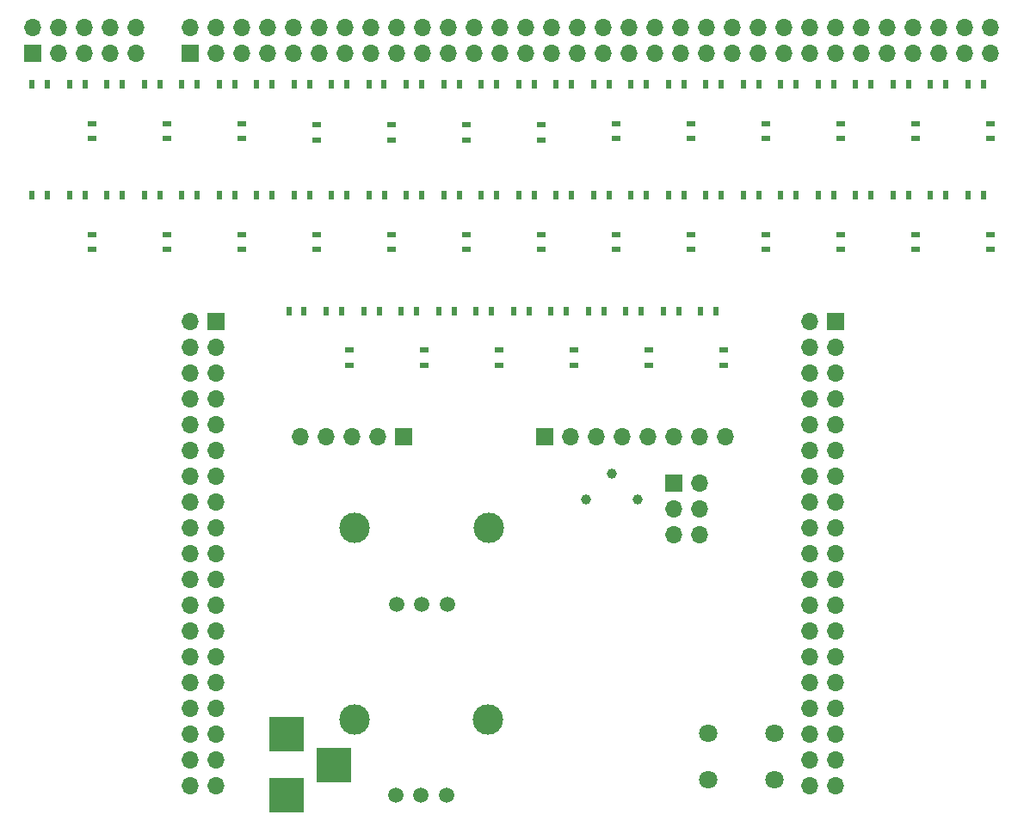
<source format=gbr>
G04 #@! TF.FileFunction,Soldermask,Bot*
%FSLAX46Y46*%
G04 Gerber Fmt 4.6, Leading zero omitted, Abs format (unit mm)*
G04 Created by KiCad (PCBNEW 4.0.7-e2-6376~58~ubuntu17.04.1) date Mon Dec 11 10:41:26 2017*
%MOMM*%
%LPD*%
G01*
G04 APERTURE LIST*
%ADD10C,0.100000*%
%ADD11C,3.000000*%
%ADD12C,1.500000*%
%ADD13C,1.800000*%
%ADD14R,0.900000X0.500000*%
%ADD15R,1.700000X1.700000*%
%ADD16O,1.700000X1.700000*%
%ADD17R,3.500000X3.500000*%
%ADD18C,1.000000*%
%ADD19R,0.500000X0.900000*%
G04 APERTURE END LIST*
D10*
D11*
X34465000Y-52053000D03*
D12*
X43565000Y-59553000D03*
X38565000Y-59553000D03*
X41065000Y-59553000D03*
D11*
X47665000Y-52053000D03*
D13*
X75781000Y-72299000D03*
X75781000Y-76799000D03*
X69281000Y-72299000D03*
X69281000Y-76799000D03*
D14*
X8650000Y-13704000D03*
X8650000Y-12204000D03*
X8650000Y-24626000D03*
X8650000Y-23126000D03*
X16016000Y-13704000D03*
X16016000Y-12204000D03*
X16016000Y-24626000D03*
X16016000Y-23126000D03*
X23361200Y-13694000D03*
X23361200Y-12194000D03*
X23382000Y-24626000D03*
X23382000Y-23126000D03*
X30748000Y-13831000D03*
X30748000Y-12331000D03*
X30748000Y-24626000D03*
X30748000Y-23126000D03*
X38114000Y-13831000D03*
X38114000Y-12331000D03*
X38114000Y-24626000D03*
X38114000Y-23126000D03*
X45480000Y-13831000D03*
X45480000Y-12331000D03*
X45480000Y-24626000D03*
X45480000Y-23126000D03*
X52846000Y-13831000D03*
X52846000Y-12331000D03*
X52846000Y-24626000D03*
X52846000Y-23126000D03*
X60212000Y-13704000D03*
X60212000Y-12204000D03*
X60212000Y-24626000D03*
X60212000Y-23126000D03*
X70727600Y-36005200D03*
X70727600Y-34505200D03*
X63361600Y-36005200D03*
X63361600Y-34505200D03*
X55995600Y-36005200D03*
X55995600Y-34505200D03*
X48629600Y-36005200D03*
X48629600Y-34505200D03*
X41263600Y-36005200D03*
X41263600Y-34505200D03*
X33897600Y-36005200D03*
X33897600Y-34505200D03*
X97042000Y-24626000D03*
X97042000Y-23126000D03*
X97042000Y-13704000D03*
X97042000Y-12204000D03*
X89676000Y-24626000D03*
X89676000Y-23126000D03*
X89676000Y-13704000D03*
X89676000Y-12204000D03*
X82310000Y-24626000D03*
X82310000Y-23126000D03*
X82310000Y-13704000D03*
X82310000Y-12204000D03*
X74944000Y-24626000D03*
X74944000Y-23126000D03*
X74923200Y-13694000D03*
X74923200Y-12194000D03*
X67578000Y-24626000D03*
X67578000Y-23126000D03*
X67578000Y-13704000D03*
X67578000Y-12204000D03*
D15*
X18302000Y-5334000D03*
D16*
X18302000Y-2794000D03*
X20842000Y-5334000D03*
X20842000Y-2794000D03*
X23382000Y-5334000D03*
X23382000Y-2794000D03*
X25922000Y-5334000D03*
X25922000Y-2794000D03*
X28462000Y-5334000D03*
X28462000Y-2794000D03*
X31002000Y-5334000D03*
X31002000Y-2794000D03*
X33542000Y-5334000D03*
X33542000Y-2794000D03*
X36082000Y-5334000D03*
X36082000Y-2794000D03*
X38622000Y-5334000D03*
X38622000Y-2794000D03*
X41162000Y-5334000D03*
X41162000Y-2794000D03*
X43702000Y-5334000D03*
X43702000Y-2794000D03*
X46242000Y-5334000D03*
X46242000Y-2794000D03*
X48782000Y-5334000D03*
X48782000Y-2794000D03*
X51322000Y-5334000D03*
X51322000Y-2794000D03*
X53862000Y-5334000D03*
X53862000Y-2794000D03*
X56402000Y-5334000D03*
X56402000Y-2794000D03*
X58942000Y-5334000D03*
X58942000Y-2794000D03*
X61482000Y-5334000D03*
X61482000Y-2794000D03*
X64022000Y-5334000D03*
X64022000Y-2794000D03*
X66562000Y-5334000D03*
X66562000Y-2794000D03*
X69102000Y-5334000D03*
X69102000Y-2794000D03*
X71642000Y-5334000D03*
X71642000Y-2794000D03*
X74182000Y-5334000D03*
X74182000Y-2794000D03*
X76722000Y-5334000D03*
X76722000Y-2794000D03*
X79262000Y-5334000D03*
X79262000Y-2794000D03*
X81802000Y-5334000D03*
X81802000Y-2794000D03*
X84342000Y-5334000D03*
X84342000Y-2794000D03*
X86882000Y-5334000D03*
X86882000Y-2794000D03*
X89422000Y-5334000D03*
X89422000Y-2794000D03*
X91962000Y-5334000D03*
X91962000Y-2794000D03*
X94502000Y-5334000D03*
X94502000Y-2794000D03*
X97042000Y-5334000D03*
X97042000Y-2794000D03*
D15*
X65830000Y-47615000D03*
D16*
X68370000Y-47615000D03*
X65830000Y-50155000D03*
X68370000Y-50155000D03*
X65830000Y-52695000D03*
X68370000Y-52695000D03*
D15*
X39236200Y-43043000D03*
D16*
X36696200Y-43043000D03*
X34156200Y-43043000D03*
X31616200Y-43043000D03*
X29076200Y-43043000D03*
D15*
X2808000Y-5334000D03*
D16*
X2808000Y-2794000D03*
X5348000Y-5334000D03*
X5348000Y-2794000D03*
X7888000Y-5334000D03*
X7888000Y-2794000D03*
X10428000Y-5334000D03*
X10428000Y-2794000D03*
X12968000Y-5334000D03*
X12968000Y-2794000D03*
D15*
X20790000Y-31740000D03*
D16*
X18250000Y-31740000D03*
X20790000Y-34280000D03*
X18250000Y-34280000D03*
X20790000Y-36820000D03*
X18250000Y-36820000D03*
X20790000Y-39360000D03*
X18250000Y-39360000D03*
X20790000Y-41900000D03*
X18250000Y-41900000D03*
X20790000Y-44440000D03*
X18250000Y-44440000D03*
X20790000Y-46980000D03*
X18250000Y-46980000D03*
X20790000Y-49520000D03*
X18250000Y-49520000D03*
X20790000Y-52060000D03*
X18250000Y-52060000D03*
X20790000Y-54600000D03*
X18250000Y-54600000D03*
X20790000Y-57140000D03*
X18250000Y-57140000D03*
X20790000Y-59680000D03*
X18250000Y-59680000D03*
X20790000Y-62220000D03*
X18250000Y-62220000D03*
X20790000Y-64760000D03*
X18250000Y-64760000D03*
X20790000Y-67300000D03*
X18250000Y-67300000D03*
X20790000Y-69840000D03*
X18250000Y-69840000D03*
X20790000Y-72380000D03*
X18250000Y-72380000D03*
X20790000Y-74920000D03*
X18250000Y-74920000D03*
X20790000Y-77460000D03*
X18250000Y-77460000D03*
D15*
X81750000Y-31740000D03*
D16*
X79210000Y-31740000D03*
X81750000Y-34280000D03*
X79210000Y-34280000D03*
X81750000Y-36820000D03*
X79210000Y-36820000D03*
X81750000Y-39360000D03*
X79210000Y-39360000D03*
X81750000Y-41900000D03*
X79210000Y-41900000D03*
X81750000Y-44440000D03*
X79210000Y-44440000D03*
X81750000Y-46980000D03*
X79210000Y-46980000D03*
X81750000Y-49520000D03*
X79210000Y-49520000D03*
X81750000Y-52060000D03*
X79210000Y-52060000D03*
X81750000Y-54600000D03*
X79210000Y-54600000D03*
X81750000Y-57140000D03*
X79210000Y-57140000D03*
X81750000Y-59680000D03*
X79210000Y-59680000D03*
X81750000Y-62220000D03*
X79210000Y-62220000D03*
X81750000Y-64760000D03*
X79210000Y-64760000D03*
X81750000Y-67300000D03*
X79210000Y-67300000D03*
X81750000Y-69840000D03*
X79210000Y-69840000D03*
X81750000Y-72380000D03*
X79210000Y-72380000D03*
X81750000Y-74920000D03*
X79210000Y-74920000D03*
X81750000Y-77460000D03*
X79210000Y-77460000D03*
D11*
X34400000Y-70900000D03*
D12*
X43500000Y-78400000D03*
X38500000Y-78400000D03*
X41000000Y-78400000D03*
D11*
X47600000Y-70900000D03*
D15*
X53130000Y-43043000D03*
D16*
X55670000Y-43043000D03*
X58210000Y-43043000D03*
X60750000Y-43043000D03*
X63290000Y-43043000D03*
X65830000Y-43043000D03*
X68370000Y-43043000D03*
X70910000Y-43043000D03*
D17*
X27730000Y-72380000D03*
X27730000Y-78380000D03*
X32430000Y-75380000D03*
D18*
X62274000Y-49266000D03*
X57194000Y-49266000D03*
X59734000Y-46726000D03*
D19*
X6406000Y-8372000D03*
X7906000Y-8372000D03*
X4223000Y-8372000D03*
X2723000Y-8372000D03*
X6406000Y-19294000D03*
X7906000Y-19294000D03*
X4223000Y-19294000D03*
X2723000Y-19294000D03*
X13772000Y-8372000D03*
X15272000Y-8372000D03*
X11589000Y-8372000D03*
X10089000Y-8372000D03*
X13772000Y-19294000D03*
X15272000Y-19294000D03*
X11589000Y-19294000D03*
X10089000Y-19294000D03*
X21138000Y-8372000D03*
X22638000Y-8372000D03*
X18955000Y-8372000D03*
X17455000Y-8372000D03*
X21138000Y-19294000D03*
X22638000Y-19294000D03*
X18955000Y-19294000D03*
X17455000Y-19294000D03*
X28504000Y-8372000D03*
X30004000Y-8372000D03*
X26321000Y-8372000D03*
X24821000Y-8372000D03*
X28504000Y-19294000D03*
X30004000Y-19294000D03*
X26321000Y-19294000D03*
X24821000Y-19294000D03*
X35844600Y-8372000D03*
X37344600Y-8372000D03*
X33661600Y-8372000D03*
X32161600Y-8372000D03*
X35870000Y-19294000D03*
X37370000Y-19294000D03*
X33687000Y-19294000D03*
X32187000Y-19294000D03*
X43236000Y-8372000D03*
X44736000Y-8372000D03*
X41053000Y-8372000D03*
X39553000Y-8372000D03*
X43236000Y-19294000D03*
X44736000Y-19294000D03*
X41053000Y-19294000D03*
X39553000Y-19294000D03*
X50602000Y-8372000D03*
X52102000Y-8372000D03*
X48419000Y-8372000D03*
X46919000Y-8372000D03*
X50602000Y-19294000D03*
X52102000Y-19294000D03*
X48419000Y-19294000D03*
X46919000Y-19294000D03*
X57968000Y-8372000D03*
X59468000Y-8372000D03*
X55785000Y-8372000D03*
X54285000Y-8372000D03*
X57968000Y-19294000D03*
X59468000Y-19294000D03*
X55785000Y-19294000D03*
X54285000Y-19294000D03*
X68509000Y-30724000D03*
X70009000Y-30724000D03*
X66326000Y-30724000D03*
X64826000Y-30724000D03*
X61143000Y-30724000D03*
X62643000Y-30724000D03*
X58960000Y-30724000D03*
X57460000Y-30724000D03*
X53777000Y-30724000D03*
X55277000Y-30724000D03*
X51594000Y-30724000D03*
X50094000Y-30724000D03*
X46411000Y-30724000D03*
X47911000Y-30724000D03*
X44228000Y-30724000D03*
X42728000Y-30724000D03*
X39045000Y-30724000D03*
X40545000Y-30724000D03*
X36862000Y-30724000D03*
X35362000Y-30724000D03*
X31653600Y-30724000D03*
X33153600Y-30724000D03*
X29470600Y-30724000D03*
X27970600Y-30724000D03*
X94798000Y-19294000D03*
X96298000Y-19294000D03*
X92615000Y-19294000D03*
X91115000Y-19294000D03*
X94798000Y-8372000D03*
X96298000Y-8372000D03*
X92615000Y-8372000D03*
X91115000Y-8372000D03*
X87432000Y-19294000D03*
X88932000Y-19294000D03*
X85249000Y-19294000D03*
X83749000Y-19294000D03*
X87432000Y-8372000D03*
X88932000Y-8372000D03*
X85249000Y-8372000D03*
X83749000Y-8372000D03*
X80066000Y-19294000D03*
X81566000Y-19294000D03*
X77883000Y-19294000D03*
X76383000Y-19294000D03*
X80066000Y-8372000D03*
X81566000Y-8372000D03*
X77883000Y-8372000D03*
X76383000Y-8372000D03*
X72700000Y-19294000D03*
X74200000Y-19294000D03*
X70517000Y-19294000D03*
X69017000Y-19294000D03*
X72700000Y-8372000D03*
X74200000Y-8372000D03*
X70517000Y-8372000D03*
X69017000Y-8372000D03*
X65334000Y-19294000D03*
X66834000Y-19294000D03*
X63151000Y-19294000D03*
X61651000Y-19294000D03*
X65334000Y-8372000D03*
X66834000Y-8372000D03*
X63151000Y-8372000D03*
X61651000Y-8372000D03*
M02*

</source>
